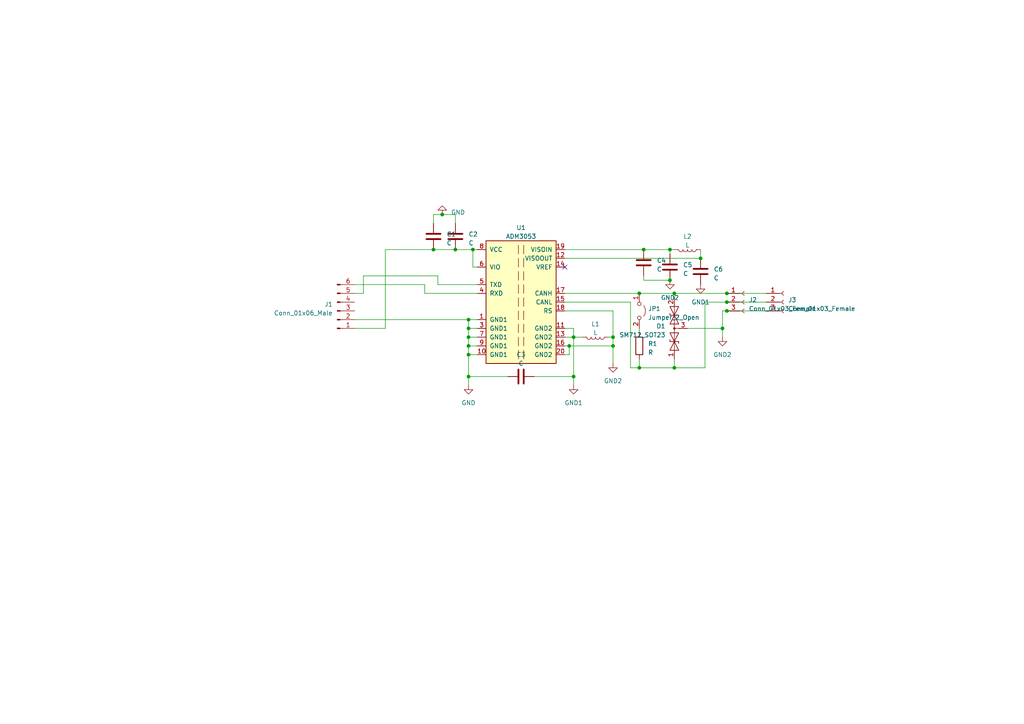
<source format=kicad_sch>
(kicad_sch (version 20220103) (generator eeschema)
  (paper "A4")
  (lib_symbols
    (symbol "Connector:Conn_01x03_Female" (pin_names (offset 1.016) hide)
      (property "Reference" "J" (at 0 5.08 0))
      (property "Value" "Conn_01x03_Female" (at 0 -5.08 0))
      (symbol "Conn_01x03_Female_1_1"
        (arc (start 0 -2.032) (mid -0.508 -2.54) (end 0 -3.048) (stroke (width 0.1524)))
        (polyline (pts (xy -1.27 -2.54) (xy -0.508 -2.54)) (stroke (width 0.1524)))
        (polyline (pts (xy -1.27 0) (xy -0.508 0)) (stroke (width 0.1524)))
        (polyline (pts (xy -1.27 2.54) (xy -0.508 2.54)) (stroke (width 0.1524)))
        (arc (start 0 0.508) (mid -0.508 0) (end 0 -0.508) (stroke (width 0.1524)))
        (arc (start 0 3.048) (mid -0.508 2.54) (end 0 2.032) (stroke (width 0.1524)))
        (pin passive line (at -5.08 2.54 0) (length 3.81) (name "Pin_1") (number "1"))
        (pin passive line (at -5.08 0 0) (length 3.81) (name "Pin_2") (number "2"))
        (pin passive line (at -5.08 -2.54 0) (length 3.81) (name "Pin_3") (number "3"))
      )
    )
    (symbol "Connector:Conn_01x06_Male" (pin_names (offset 1.016) hide)
      (property "Reference" "J" (at 0 7.62 0))
      (property "Value" "Conn_01x06_Male" (at 0 -10.16 0))
      (symbol "Conn_01x06_Male_1_1"
        (polyline (pts (xy 1.27 -7.62) (xy 0.8636 -7.62)) (stroke (width 0.1524)))
        (polyline (pts (xy 1.27 -5.08) (xy 0.8636 -5.08)) (stroke (width 0.1524)))
        (polyline (pts (xy 1.27 -2.54) (xy 0.8636 -2.54)) (stroke (width 0.1524)))
        (polyline (pts (xy 1.27 0) (xy 0.8636 0)) (stroke (width 0.1524)))
        (polyline (pts (xy 1.27 2.54) (xy 0.8636 2.54)) (stroke (width 0.1524)))
        (polyline (pts (xy 1.27 5.08) (xy 0.8636 5.08)) (stroke (width 0.1524)))
        (rectangle (start 0.8636 -7.493) (end 0 -7.747) (stroke (width 0.1524)) (fill (type outline)))
        (rectangle (start 0.8636 -4.953) (end 0 -5.207) (stroke (width 0.1524)) (fill (type outline)))
        (rectangle (start 0.8636 -2.413) (end 0 -2.667) (stroke (width 0.1524)) (fill (type outline)))
        (rectangle (start 0.8636 0.127) (end 0 -0.127) (stroke (width 0.1524)) (fill (type outline)))
        (rectangle (start 0.8636 2.667) (end 0 2.413) (stroke (width 0.1524)) (fill (type outline)))
        (rectangle (start 0.8636 5.207) (end 0 4.953) (stroke (width 0.1524)) (fill (type outline)))
        (pin passive line (at 5.08 5.08 180) (length 3.81) (name "Pin_1") (number "1"))
        (pin passive line (at 5.08 2.54 180) (length 3.81) (name "Pin_2") (number "2"))
        (pin passive line (at 5.08 0 180) (length 3.81) (name "Pin_3") (number "3"))
        (pin passive line (at 5.08 -2.54 180) (length 3.81) (name "Pin_4") (number "4"))
        (pin passive line (at 5.08 -5.08 180) (length 3.81) (name "Pin_5") (number "5"))
        (pin passive line (at 5.08 -7.62 180) (length 3.81) (name "Pin_6") (number "6"))
      )
    )
    (symbol "Device:C" (pin_numbers hide) (pin_names (offset 0.254))
      (property "Reference" "C" (at 0.635 2.54 0))
      (property "Value" "C" (at 0.635 -2.54 0))
      (symbol "C_0_1"
        (polyline (pts (xy -2.032 -0.762) (xy 2.032 -0.762)) (stroke (width 0.508)))
        (polyline (pts (xy -2.032 0.762) (xy 2.032 0.762)) (stroke (width 0.508)))
      )
      (symbol "C_1_1"
        (pin passive line (at 0 3.81 270) (length 2.794) (name "~") (number "1"))
        (pin passive line (at 0 -3.81 90) (length 2.794) (name "~") (number "2"))
      )
    )
    (symbol "Device:L" (pin_numbers hide) (pin_names (offset 1.016) hide)
      (property "Reference" "L" (at -1.27 0 90))
      (property "Value" "L" (at 1.905 0 90))
      (symbol "L_0_1"
        (arc (start 0 -2.54) (mid 0.635 -1.905) (end 0 -1.27))
        (arc (start 0 -1.27) (mid 0.635 -0.635) (end 0 0))
        (arc (start 0 0) (mid 0.635 0.635) (end 0 1.27))
        (arc (start 0 1.27) (mid 0.635 1.905) (end 0 2.54))
      )
      (symbol "L_1_1"
        (pin passive line (at 0 3.81 270) (length 1.27) (name "1") (number "1"))
        (pin passive line (at 0 -3.81 90) (length 1.27) (name "2") (number "2"))
      )
    )
    (symbol "Device:R" (pin_numbers hide) (pin_names (offset 0))
      (property "Reference" "R" (at 2.032 0 90))
      (property "Value" "R" (at 0 0 90))
      (symbol "R_0_1"
        (rectangle (start -1.016 -2.54) (end 1.016 2.54) (stroke (width 0.254)))
      )
      (symbol "R_1_1"
        (pin passive line (at 0 3.81 270) (length 1.27) (name "~") (number "1"))
        (pin passive line (at 0 -3.81 90) (length 1.27) (name "~") (number "2"))
      )
    )
    (symbol "Diode:SM712_SOT23" (pin_names (offset 1.016) hide)
      (property "Reference" "D" (at 0 4.445 0))
      (property "Value" "SM712_SOT23" (at 0 2.54 0))
      (symbol "SM712_SOT23_0_0"
        (polyline (pts (xy 0 -1.27) (xy 0 0)))
      )
      (symbol "SM712_SOT23_0_1"
        (polyline (pts (xy -6.35 0) (xy 6.35 0)))
        (polyline (pts (xy -3.302 1.27) (xy -3.81 1.27) (xy -3.81 -1.27) (xy -4.318 -1.27)) (stroke (width 0.2032)))
        (polyline (pts (xy 4.318 1.27) (xy 3.81 1.27) (xy 3.81 -1.27) (xy 3.302 -1.27)) (stroke (width 0.2032)))
        (polyline (pts (xy -6.35 -1.27) (xy -1.27 1.27) (xy -1.27 -1.27) (xy -6.35 1.27) (xy -6.35 -1.27)) (stroke (width 0.2032)))
        (polyline (pts (xy 1.27 -1.27) (xy 1.27 1.27) (xy 6.35 -1.27) (xy 6.35 1.27) (xy 1.27 -1.27)) (stroke (width 0.2032)))
        (circle (center 0 0) (radius 0.254) (fill (type outline)))
      )
      (symbol "SM712_SOT23_1_1"
        (pin passive line (at -8.89 0 0) (length 2.54) (name "A1") (number "1"))
        (pin passive line (at 8.89 0 180) (length 2.54) (name "A2") (number "2"))
        (pin input line (at 0 -3.81 90) (length 2.54) (name "common") (number "3"))
      )
    )
    (symbol "Interface_CAN_LIN:ADM3053" (pin_names (offset 1.016))
      (property "Reference" "U" (at -10.16 19.05 0))
      (property "Value" "ADM3053" (at 10.16 19.05 0))
      (symbol "ADM3053_0_1"
        (rectangle (start -10.16 17.78) (end 10.16 -17.78) (stroke (width 0.254)) (fill (type background)))
        (polyline (pts (xy -0.762 -13.97) (xy -0.762 -16.51)))
        (polyline (pts (xy -0.762 -10.16) (xy -0.762 -12.7)))
        (polyline (pts (xy -0.762 -6.35) (xy -0.762 -8.89)))
        (polyline (pts (xy -0.762 -2.54) (xy -0.762 -5.08)))
        (polyline (pts (xy -0.762 1.27) (xy -0.762 -1.27)))
        (polyline (pts (xy -0.762 5.08) (xy -0.762 2.54)))
        (polyline (pts (xy -0.762 8.89) (xy -0.762 6.35)))
        (polyline (pts (xy -0.762 12.7) (xy -0.762 10.16)))
        (polyline (pts (xy -0.762 16.51) (xy -0.762 13.97)))
        (polyline (pts (xy 0.762 -13.97) (xy 0.762 -16.51)))
        (polyline (pts (xy 0.762 -10.16) (xy 0.762 -12.7)))
        (polyline (pts (xy 0.762 -6.35) (xy 0.762 -8.89)))
        (polyline (pts (xy 0.762 -2.54) (xy 0.762 -5.08)))
        (polyline (pts (xy 0.762 1.27) (xy 0.762 -1.27)))
        (polyline (pts (xy 0.762 2.54) (xy 0.762 5.08)))
        (polyline (pts (xy 0.762 6.35) (xy 0.762 8.89)))
        (polyline (pts (xy 0.762 10.16) (xy 0.762 12.7)))
        (polyline (pts (xy 0.762 13.97) (xy 0.762 16.51)))
      )
      (symbol "ADM3053_1_1"
        (pin power_in line (at -12.7 -5.08 0) (length 2.54) (name "GND1") (number "1"))
        (pin power_in line (at -12.7 -15.24 0) (length 2.54) (name "GND1") (number "10"))
        (pin power_in line (at 12.7 -7.62 180) (length 2.54) (name "GND2") (number "11"))
        (pin power_out line (at 12.7 12.7 180) (length 2.54) (name "VISOOUT") (number "12"))
        (pin power_in line (at 12.7 -10.16 180) (length 2.54) (name "GND2") (number "13"))
        (pin input line (at 12.7 10.16 180) (length 2.54) (name "VREF") (number "14"))
        (pin bidirectional line (at 12.7 0 180) (length 2.54) (name "CANL") (number "15"))
        (pin power_in line (at 12.7 -12.7 180) (length 2.54) (name "GND2") (number "16"))
        (pin bidirectional line (at 12.7 2.54 180) (length 2.54) (name "CANH") (number "17"))
        (pin input line (at 12.7 -2.54 180) (length 2.54) (name "RS") (number "18"))
        (pin power_in line (at 12.7 15.24 180) (length 2.54) (name "VISOIN") (number "19"))
        (pin no_connect line (at -2.54 -17.78 90) (length 2.54) hide (name "NC") (number "2"))
        (pin power_in line (at 12.7 -15.24 180) (length 2.54) (name "GND2") (number "20"))
        (pin power_in line (at -12.7 -7.62 0) (length 2.54) (name "GND1") (number "3"))
        (pin output line (at -12.7 2.54 0) (length 2.54) (name "RXD") (number "4"))
        (pin input line (at -12.7 5.08 0) (length 2.54) (name "TXD") (number "5"))
        (pin power_in line (at -12.7 10.16 0) (length 2.54) (name "VIO") (number "6"))
        (pin power_in line (at -12.7 -10.16 0) (length 2.54) (name "GND1") (number "7"))
        (pin power_in line (at -12.7 15.24 0) (length 2.54) (name "VCC") (number "8"))
        (pin power_in line (at -12.7 -12.7 0) (length 2.54) (name "GND1") (number "9"))
      )
    )
    (symbol "Jumper:Jumper_2_Open" (pin_names (offset 0) hide)
      (property "Reference" "JP" (at 0 2.794 0))
      (property "Value" "Jumper_2_Open" (at 0 -2.286 0))
      (symbol "Jumper_2_Open_0_0"
        (circle (center -2.032 0) (radius 0.508))
        (circle (center 2.032 0) (radius 0.508))
      )
      (symbol "Jumper_2_Open_0_1"
        (arc (start 1.524 1.27) (mid 0 1.778) (end -1.524 1.27))
      )
      (symbol "Jumper_2_Open_1_1"
        (pin passive line (at -5.08 0 0) (length 2.54) (name "A") (number "1"))
        (pin passive line (at 5.08 0 180) (length 2.54) (name "B") (number "2"))
      )
    )
    (symbol "power:GND" (power) (pin_names (offset 0))
      (property "Value" "GND" (at 0 -3.81 0))
      (symbol "GND_0_1"
        (polyline (pts (xy 0 0) (xy 0 -1.27) (xy 1.27 -1.27) (xy 0 -2.54) (xy -1.27 -1.27) (xy 0 -1.27)))
      )
      (symbol "GND_1_1"
        (pin power_in line (at 0 0 270) (length 0) hide (name "GND") (number "1"))
      )
    )
    (symbol "power:GND1" (power) (pin_names (offset 0))
      (property "Value" "GND1" (at 0 -3.81 0))
      (symbol "GND1_0_1"
        (polyline (pts (xy 0 0) (xy 0 -1.27) (xy 1.27 -1.27) (xy 0 -2.54) (xy -1.27 -1.27) (xy 0 -1.27)))
      )
      (symbol "GND1_1_1"
        (pin power_in line (at 0 0 270) (length 0) hide (name "GND1") (number "1"))
      )
    )
    (symbol "power:GND2" (power) (pin_names (offset 0))
      (property "Value" "GND2" (at 0 -3.81 0))
      (symbol "GND2_0_1"
        (polyline (pts (xy 0 0) (xy 0 -1.27) (xy 1.27 -1.27) (xy 0 -2.54) (xy -1.27 -1.27) (xy 0 -1.27)))
      )
      (symbol "GND2_1_1"
        (pin power_in line (at 0 0 270) (length 0) hide (name "GND2") (number "1"))
      )
    )
  )
  (junction (at 135.89 102.87))
  (junction (at 135.89 100.33))
  (junction (at 185.42 106.68))
  (junction (at 185.42 85.09))
  (junction (at 210.82 85.09))
  (junction (at 210.82 87.63))
  (junction (at 195.58 106.68))
  (junction (at 177.8 97.79))
  (junction (at 135.89 97.79))
  (junction (at 135.89 109.22))
  (junction (at 166.37 97.79))
  (junction (at 195.58 85.09))
  (junction (at 135.89 95.25))
  (junction (at 177.8 100.33))
  (junction (at 194.31 81.28))
  (junction (at 137.16 72.39))
  (junction (at 203.2 74.93))
  (junction (at 186.69 72.39))
  (junction (at 166.37 109.22))
  (junction (at 135.89 92.71))
  (junction (at 209.55 95.25))
  (junction (at 165.1 100.33))
  (junction (at 125.73 72.39))
  (junction (at 194.31 72.39))
  (junction (at 210.82 90.17))
  (junction (at 128.27 62.23))
  (junction (at 132.08 72.39))
  (no_connect (at 163.83 77.47))
  (wire (pts (xy 186.69 72.39) (xy 194.31 72.39)))
  (wire (pts (xy 163.83 100.33) (xy 165.1 100.33)))
  (wire (pts (xy 135.89 109.22) (xy 147.32 109.22)))
  (wire (pts (xy 127 80.01) (xy 105.41 80.01)))
  (wire (pts (xy 185.42 95.25) (xy 185.42 96.52)))
  (wire (pts (xy 105.41 85.09) (xy 102.87 85.09)))
  (wire (pts (xy 163.83 102.87) (xy 165.1 102.87)))
  (wire (pts (xy 127 82.55) (xy 127 80.01)))
  (wire (pts (xy 195.58 104.14) (xy 195.58 106.68)))
  (wire (pts (xy 210.82 90.17) (xy 222.25 90.17)))
  (wire (pts (xy 163.83 85.09) (xy 185.42 85.09)))
  (wire (pts (xy 132.08 62.23) (xy 132.08 64.77)))
  (wire (pts (xy 195.58 85.09) (xy 195.58 86.36)))
  (wire (pts (xy 137.16 72.39) (xy 138.43 72.39)))
  (wire (pts (xy 176.53 97.79) (xy 177.8 97.79)))
  (wire (pts (xy 185.42 104.14) (xy 185.42 106.68)))
  (wire (pts (xy 132.08 72.39) (xy 137.16 72.39)))
  (wire (pts (xy 182.88 106.68) (xy 185.42 106.68)))
  (wire (pts (xy 209.55 95.25) (xy 209.55 97.79)))
  (wire (pts (xy 203.2 72.39) (xy 203.2 74.93)))
  (wire (pts (xy 165.1 100.33) (xy 165.1 102.87)))
  (wire (pts (xy 186.69 81.28) (xy 186.69 80.01)))
  (wire (pts (xy 210.82 85.09) (xy 222.25 85.09)))
  (wire (pts (xy 195.58 106.68) (xy 185.42 106.68)))
  (wire (pts (xy 102.87 92.71) (xy 135.89 92.71)))
  (wire (pts (xy 194.31 73.66) (xy 194.31 72.39)))
  (wire (pts (xy 135.89 95.25) (xy 138.43 95.25)))
  (wire (pts (xy 194.31 81.28) (xy 186.69 81.28)))
  (wire (pts (xy 128.27 62.23) (xy 132.08 62.23)))
  (wire (pts (xy 135.89 97.79) (xy 135.89 100.33)))
  (wire (pts (xy 125.73 72.39) (xy 132.08 72.39)))
  (wire (pts (xy 204.47 87.63) (xy 204.47 106.68)))
  (wire (pts (xy 125.73 62.23) (xy 128.27 62.23)))
  (wire (pts (xy 185.42 85.09) (xy 195.58 85.09)))
  (wire (pts (xy 177.8 90.17) (xy 163.83 90.17)))
  (wire (pts (xy 177.8 97.79) (xy 177.8 90.17)))
  (wire (pts (xy 135.89 102.87) (xy 138.43 102.87)))
  (wire (pts (xy 102.87 95.25) (xy 111.76 95.25)))
  (wire (pts (xy 195.58 85.09) (xy 210.82 85.09)))
  (wire (pts (xy 138.43 77.47) (xy 137.16 77.47)))
  (wire (pts (xy 210.82 87.63) (xy 222.25 87.63)))
  (wire (pts (xy 166.37 95.25) (xy 166.37 97.79)))
  (wire (pts (xy 163.83 87.63) (xy 182.88 87.63)))
  (wire (pts (xy 154.94 109.22) (xy 166.37 109.22)))
  (wire (pts (xy 135.89 100.33) (xy 135.89 102.87)))
  (wire (pts (xy 210.82 90.17) (xy 209.55 90.17)))
  (wire (pts (xy 125.73 64.77) (xy 125.73 62.23)))
  (wire (pts (xy 210.82 87.63) (xy 204.47 87.63)))
  (wire (pts (xy 135.89 109.22) (xy 135.89 111.76)))
  (wire (pts (xy 138.43 100.33) (xy 135.89 100.33)))
  (wire (pts (xy 105.41 80.01) (xy 105.41 85.09)))
  (wire (pts (xy 163.83 72.39) (xy 186.69 72.39)))
  (wire (pts (xy 209.55 90.17) (xy 209.55 95.25)))
  (wire (pts (xy 138.43 82.55) (xy 127 82.55)))
  (wire (pts (xy 166.37 97.79) (xy 166.37 109.22)))
  (wire (pts (xy 135.89 97.79) (xy 138.43 97.79)))
  (wire (pts (xy 165.1 100.33) (xy 177.8 100.33)))
  (wire (pts (xy 135.89 95.25) (xy 135.89 97.79)))
  (wire (pts (xy 111.76 72.39) (xy 125.73 72.39)))
  (wire (pts (xy 111.76 95.25) (xy 111.76 72.39)))
  (wire (pts (xy 135.89 102.87) (xy 135.89 109.22)))
  (wire (pts (xy 163.83 95.25) (xy 166.37 95.25)))
  (wire (pts (xy 163.83 74.93) (xy 203.2 74.93)))
  (wire (pts (xy 166.37 109.22) (xy 166.37 111.76)))
  (wire (pts (xy 163.83 97.79) (xy 166.37 97.79)))
  (wire (pts (xy 102.87 82.55) (xy 123.19 82.55)))
  (wire (pts (xy 182.88 87.63) (xy 182.88 106.68)))
  (wire (pts (xy 135.89 92.71) (xy 135.89 95.25)))
  (wire (pts (xy 177.8 97.79) (xy 177.8 100.33)))
  (wire (pts (xy 137.16 77.47) (xy 137.16 72.39)))
  (wire (pts (xy 123.19 82.55) (xy 123.19 85.09)))
  (wire (pts (xy 138.43 92.71) (xy 135.89 92.71)))
  (wire (pts (xy 204.47 106.68) (xy 195.58 106.68)))
  (wire (pts (xy 166.37 97.79) (xy 168.91 97.79)))
  (wire (pts (xy 177.8 100.33) (xy 177.8 105.41)))
  (wire (pts (xy 123.19 85.09) (xy 138.43 85.09)))
  (wire (pts (xy 199.39 95.25) (xy 209.55 95.25)))
  (wire (pts (xy 194.31 72.39) (xy 195.58 72.39)))
  (symbol (lib_id "Connector:Conn_01x03_Female") (at 227.33 87.63 0) (unit 1)
    (property "Reference" "J3" (at 228.6 86.995 0) (effects (justify left)))
    (property "Value" "Conn_01x03_Female" (at 228.6 89.535 0) (effects (justify left)))
    (property "Footprint" "Connector_PinHeader_2.54mm:PinHeader_1x03_P2.54mm_Vertical" (effects hide))
  )
  (symbol (lib_id "power:GND2") (at 194.31 81.28 0) (unit 1)
    (property "Reference" "#PWR05" (effects hide))
    (property "Value" "GND2" (at 194.31 86.36 0))
  )
  (symbol (lib_id "power:GND1") (at 166.37 111.76 0) (unit 1)
    (property "Reference" "#PWR03" (effects hide))
    (property "Value" "GND1" (at 166.37 116.84 0))
  )
  (symbol (lib_id "Connector:Conn_01x03_Female") (at 215.9 87.63 0) (unit 1)
    (property "Reference" "J2" (at 217.17 86.995 0) (effects (justify left)))
    (property "Value" "Conn_01x03_Female" (at 217.17 89.535 0) (effects (justify left)))
    (property "Footprint" "Connector_PinHeader_2.54mm:PinHeader_1x03_P2.54mm_Vertical" (effects hide))
  )
  (symbol (lib_id "Device:C") (at 125.73 68.58 180) (unit 1)
    (property "Reference" "C1" (at 129.54 67.945 0) (effects (justify right)))
    (property "Value" "C" (at 129.54 70.485 0) (effects (justify right)))
    (property "Footprint" "Capacitor_SMD:C_0603_1608Metric_Pad1.08x0.95mm_HandSolder" (effects hide))
  )
  (symbol (lib_id "Device:L") (at 199.39 72.39 270) (unit 1)
    (property "Reference" "L2" (at 199.39 68.58 90))
    (property "Value" "L" (at 199.39 71.12 90))
    (property "Footprint" "Inductor_SMD:L_0603_1608Metric_Pad1.05x0.95mm_HandSolder" (effects hide))
  )
  (symbol (lib_id "Device:C") (at 194.31 77.47 0) (unit 1)
    (property "Reference" "C5" (at 198.12 76.835 0) (effects (justify left)))
    (property "Value" "C" (at 198.12 79.375 0) (effects (justify left)))
    (property "Footprint" "Capacitor_SMD:C_0603_1608Metric_Pad1.08x0.95mm_HandSolder" (effects hide))
  )
  (symbol (lib_id "Connector:Conn_01x06_Male") (at 97.79 90.17 0) (mirror x) (unit 1)
    (property "Reference" "J1" (at 96.52 88.265 0) (effects (justify right)))
    (property "Value" "Conn_01x06_Male" (at 96.52 90.805 0) (effects (justify right)))
    (property "Footprint" "Connector_PinHeader_2.54mm:PinHeader_1x06_P2.54mm_Horizontal" (effects hide))
  )
  (symbol (lib_id "power:GND2") (at 177.8 105.41 0) (unit 1)
    (property "Reference" "#PWR04" (effects hide))
    (property "Value" "GND2" (at 177.8 110.49 0))
  )
  (symbol (lib_id "Device:L") (at 172.72 97.79 270) (unit 1)
    (property "Reference" "L1" (at 172.72 93.98 90))
    (property "Value" "L" (at 172.72 96.52 90))
    (property "Footprint" "Inductor_SMD:L_0603_1608Metric_Pad1.05x0.95mm_HandSolder" (effects hide))
  )
  (symbol (lib_id "Device:R") (at 185.42 100.33 0) (unit 1)
    (property "Reference" "R1" (at 187.96 99.695 0) (effects (justify left)))
    (property "Value" "R" (at 187.96 102.235 0) (effects (justify left)))
    (property "Footprint" "Resistor_SMD:R_0603_1608Metric_Pad0.98x0.95mm_HandSolder" (effects hide))
  )
  (symbol (lib_id "Device:C") (at 132.08 68.58 180) (unit 1)
    (property "Reference" "C2" (at 135.89 67.945 0) (effects (justify right)))
    (property "Value" "C" (at 135.89 70.485 0) (effects (justify right)))
    (property "Footprint" "Capacitor_SMD:C_0603_1608Metric_Pad1.08x0.95mm_HandSolder" (effects hide))
  )
  (symbol (lib_id "Diode:SM712_SOT23") (at 195.58 95.25 90) (unit 1)
    (property "Reference" "D1" (at 193.04 94.615 90) (effects (justify left)))
    (property "Value" "SM712_SOT23" (at 193.04 97.155 90) (effects (justify left)))
    (property "Footprint" "Package_TO_SOT_SMD:SOT-23" (effects hide))
    (property "Datasheet" "https://www.littelfuse.com/~/media/electronics/datasheets/tvs_diode_arrays/littelfuse_tvs_diode_array_sm712_datasheet.pdf.pdf" (effects hide))
  )
  (symbol (lib_id "Device:C") (at 151.13 109.22 90) (unit 1)
    (property "Reference" "C3" (at 151.13 102.87 90))
    (property "Value" "C" (at 151.13 105.41 90))
    (property "Footprint" "Capacitor_SMD:C_1812_4532Metric_Pad1.57x3.40mm_HandSolder" (effects hide))
  )
  (symbol (lib_id "power:GND1") (at 203.2 82.55 0) (unit 1)
    (property "Reference" "#PWR06" (effects hide))
    (property "Value" "GND1" (at 203.2 87.63 0))
  )
  (symbol (lib_id "Jumper:Jumper_2_Open") (at 185.42 90.17 270) (unit 1)
    (property "Reference" "JP1" (at 187.96 89.535 90) (effects (justify left)))
    (property "Value" "Jumper_2_Open" (at 187.96 92.075 90) (effects (justify left)))
    (property "Footprint" "Connector_PinHeader_2.54mm:PinHeader_1x02_P2.54mm_Vertical" (effects hide))
  )
  (symbol (lib_id "Device:C") (at 186.69 76.2 180) (unit 1)
    (property "Reference" "C4" (at 190.5 75.565 0) (effects (justify right)))
    (property "Value" "C" (at 190.5 78.105 0) (effects (justify right)))
    (property "Footprint" "Capacitor_SMD:C_0603_1608Metric_Pad1.08x0.95mm_HandSolder" (effects hide))
  )
  (symbol (lib_id "power:GND") (at 135.89 111.76 0) (unit 1)
    (property "Reference" "#PWR02" (effects hide))
    (property "Value" "GND" (at 135.89 116.84 0))
  )
  (symbol (lib_id "Interface_CAN_LIN:ADM3053") (at 151.13 87.63 0) (unit 1)
    (property "Reference" "U1" (at 151.13 66.04 0))
    (property "Value" "ADM3053" (at 151.13 68.58 0))
    (property "Footprint" "Package_SO:SOIC-20W_7.5x12.8mm_P1.27mm" (effects hide))
    (property "Datasheet" "https://www.analog.com/media/en/technical-documentation/data-sheets/ADM3053.pdf" (effects hide))
  )
  (symbol (lib_id "power:GND") (at 128.27 62.23 180) (unit 1)
    (property "Reference" "#PWR01" (effects hide))
    (property "Value" "GND" (at 130.81 61.595 0) (effects (justify right)))
  )
  (symbol (lib_id "power:GND2") (at 209.55 97.79 0) (unit 1)
    (property "Reference" "#PWR07" (effects hide))
    (property "Value" "GND2" (at 209.55 102.87 0))
  )
  (symbol (lib_id "Device:C") (at 203.2 78.74 180) (unit 1)
    (property "Reference" "C6" (at 207.01 78.105 0) (effects (justify right)))
    (property "Value" "C" (at 207.01 80.645 0) (effects (justify right)))
    (property "Footprint" "Capacitor_SMD:C_0603_1608Metric_Pad1.08x0.95mm_HandSolder" (effects hide))
  )
)
</source>
